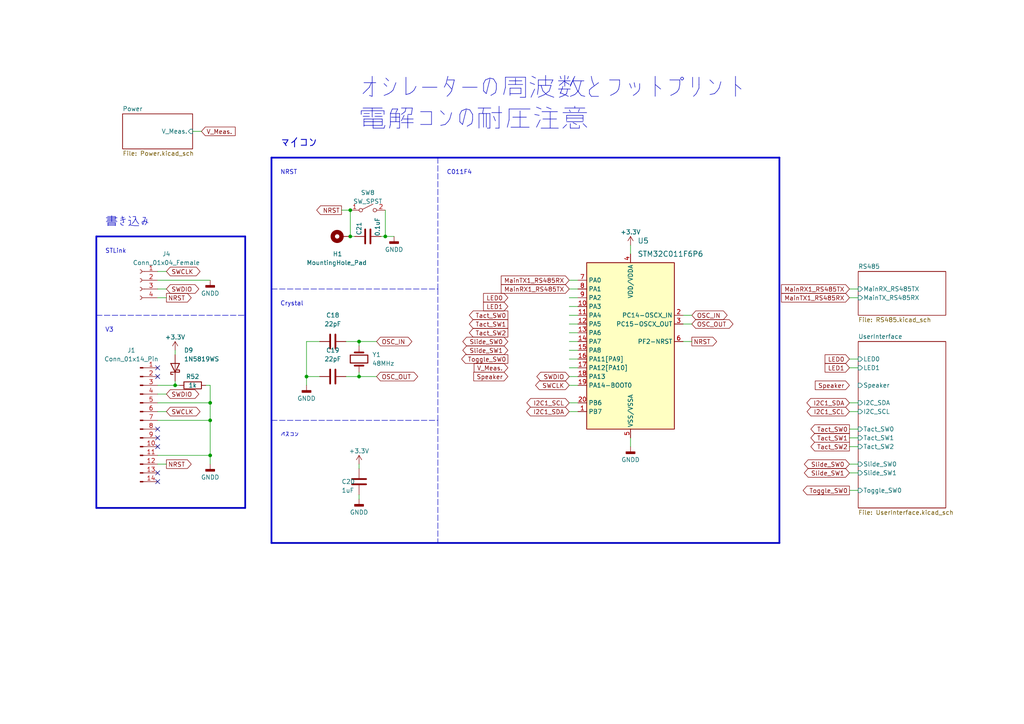
<source format=kicad_sch>
(kicad_sch (version 20230121) (generator eeschema)
  (paper "A4")
  (lib_symbols
    (symbol "Connector:Conn_01x04_Female" (pin_names (offset 1.016) hide)
      (property "Reference" "J" (at 0 5.08 0))
      (property "Value" "Conn_01x04_Female" (at 0 -7.62 0))
      (symbol "Conn_01x04_Female_1_1"
        (arc (start 0 -4.572) (mid -0.5058 -5.08) (end 0 -5.588) (stroke (width 0.1524)))
        (arc (start 0 -2.032) (mid -0.5058 -2.54) (end 0 -3.048) (stroke (width 0.1524)))
        (polyline (pts (xy -1.27 -5.08) (xy -0.508 -5.08)) (stroke (width 0.1524)))
        (polyline (pts (xy -1.27 -2.54) (xy -0.508 -2.54)) (stroke (width 0.1524)))
        (polyline (pts (xy -1.27 0) (xy -0.508 0)) (stroke (width 0.1524)))
        (polyline (pts (xy -1.27 2.54) (xy -0.508 2.54)) (stroke (width 0.1524)))
        (arc (start 0 0.508) (mid -0.5058 0) (end 0 -0.508) (stroke (width 0.1524)))
        (arc (start 0 3.048) (mid -0.5058 2.54) (end 0 2.032) (stroke (width 0.1524)))
        (pin passive line (at -5.08 2.54 0) (length 3.81) (name "Pin_1") (number "1"))
        (pin passive line (at -5.08 0 0) (length 3.81) (name "Pin_2") (number "2"))
        (pin passive line (at -5.08 -2.54 0) (length 3.81) (name "Pin_3") (number "3"))
        (pin passive line (at -5.08 -5.08 0) (length 3.81) (name "Pin_4") (number "4"))
      )
    )
    (symbol "Connector:Conn_01x14_Pin" (pin_names (offset 1.016) hide)
      (property "Reference" "J" (at 0 17.78 0))
      (property "Value" "Conn_01x14_Pin" (at 0 -20.32 0))
      (symbol "Conn_01x14_Pin_1_1"
        (polyline (pts (xy 1.27 -17.78) (xy 0.8636 -17.78)) (stroke (width 0.1524)))
        (polyline (pts (xy 1.27 -15.24) (xy 0.8636 -15.24)) (stroke (width 0.1524)))
        (polyline (pts (xy 1.27 -12.7) (xy 0.8636 -12.7)) (stroke (width 0.1524)))
        (polyline (pts (xy 1.27 -10.16) (xy 0.8636 -10.16)) (stroke (width 0.1524)))
        (polyline (pts (xy 1.27 -7.62) (xy 0.8636 -7.62)) (stroke (width 0.1524)))
        (polyline (pts (xy 1.27 -5.08) (xy 0.8636 -5.08)) (stroke (width 0.1524)))
        (polyline (pts (xy 1.27 -2.54) (xy 0.8636 -2.54)) (stroke (width 0.1524)))
        (polyline (pts (xy 1.27 0) (xy 0.8636 0)) (stroke (width 0.1524)))
        (polyline (pts (xy 1.27 2.54) (xy 0.8636 2.54)) (stroke (width 0.1524)))
        (polyline (pts (xy 1.27 5.08) (xy 0.8636 5.08)) (stroke (width 0.1524)))
        (polyline (pts (xy 1.27 7.62) (xy 0.8636 7.62)) (stroke (width 0.1524)))
        (polyline (pts (xy 1.27 10.16) (xy 0.8636 10.16)) (stroke (width 0.1524)))
        (polyline (pts (xy 1.27 12.7) (xy 0.8636 12.7)) (stroke (width 0.1524)))
        (polyline (pts (xy 1.27 15.24) (xy 0.8636 15.24)) (stroke (width 0.1524)))
        (rectangle (start 0.8636 -17.653) (end 0 -17.907) (stroke (width 0.1524)) (fill (type outline)))
        (rectangle (start 0.8636 -15.113) (end 0 -15.367) (stroke (width 0.1524)) (fill (type outline)))
        (rectangle (start 0.8636 -12.573) (end 0 -12.827) (stroke (width 0.1524)) (fill (type outline)))
        (rectangle (start 0.8636 -10.033) (end 0 -10.287) (stroke (width 0.1524)) (fill (type outline)))
        (rectangle (start 0.8636 -7.493) (end 0 -7.747) (stroke (width 0.1524)) (fill (type outline)))
        (rectangle (start 0.8636 -4.953) (end 0 -5.207) (stroke (width 0.1524)) (fill (type outline)))
        (rectangle (start 0.8636 -2.413) (end 0 -2.667) (stroke (width 0.1524)) (fill (type outline)))
        (rectangle (start 0.8636 0.127) (end 0 -0.127) (stroke (width 0.1524)) (fill (type outline)))
        (rectangle (start 0.8636 2.667) (end 0 2.413) (stroke (width 0.1524)) (fill (type outline)))
        (rectangle (start 0.8636 5.207) (end 0 4.953) (stroke (width 0.1524)) (fill (type outline)))
        (rectangle (start 0.8636 7.747) (end 0 7.493) (stroke (width 0.1524)) (fill (type outline)))
        (rectangle (start 0.8636 10.287) (end 0 10.033) (stroke (width 0.1524)) (fill (type outline)))
        (rectangle (start 0.8636 12.827) (end 0 12.573) (stroke (width 0.1524)) (fill (type outline)))
        (rectangle (start 0.8636 15.367) (end 0 15.113) (stroke (width 0.1524)) (fill (type outline)))
        (pin passive line (at 5.08 15.24 180) (length 3.81) (name "Pin_1") (number "1"))
        (pin passive line (at 5.08 -7.62 180) (length 3.81) (name "Pin_10") (number "10"))
        (pin passive line (at 5.08 -10.16 180) (length 3.81) (name "Pin_11") (number "11"))
        (pin passive line (at 5.08 -12.7 180) (length 3.81) (name "Pin_12") (number "12"))
        (pin passive line (at 5.08 -15.24 180) (length 3.81) (name "Pin_13") (number "13"))
        (pin passive line (at 5.08 -17.78 180) (length 3.81) (name "Pin_14") (number "14"))
        (pin passive line (at 5.08 12.7 180) (length 3.81) (name "Pin_2") (number "2"))
        (pin passive line (at 5.08 10.16 180) (length 3.81) (name "Pin_3") (number "3"))
        (pin passive line (at 5.08 7.62 180) (length 3.81) (name "Pin_4") (number "4"))
        (pin passive line (at 5.08 5.08 180) (length 3.81) (name "Pin_5") (number "5"))
        (pin passive line (at 5.08 2.54 180) (length 3.81) (name "Pin_6") (number "6"))
        (pin passive line (at 5.08 0 180) (length 3.81) (name "Pin_7") (number "7"))
        (pin passive line (at 5.08 -2.54 180) (length 3.81) (name "Pin_8") (number "8"))
        (pin passive line (at 5.08 -5.08 180) (length 3.81) (name "Pin_9") (number "9"))
      )
    )
    (symbol "D_Schottky_3" (pin_numbers hide) (pin_names (offset 1.016) hide)
      (property "Reference" "D" (at 0 2.54 0))
      (property "Value" "D_Schottky_3" (at 0 -2.54 0))
      (symbol "D_Schottky_3_0_1"
        (polyline (pts (xy 1.27 0) (xy -1.27 0)))
        (polyline (pts (xy 1.27 1.27) (xy 1.27 -1.27) (xy -1.27 0) (xy 1.27 1.27)) (stroke (width 0.254)))
        (polyline (pts (xy -1.905 0.635) (xy -1.905 1.27) (xy -1.27 1.27) (xy -1.27 -1.27) (xy -0.635 -1.27) (xy -0.635 -0.635)) (stroke (width 0.254)))
      )
      (symbol "D_Schottky_3_1_1"
        (pin passive line (at -3.81 0 0) (length 2.54) (name "K") (number "1"))
        (pin passive line (at 3.81 0 180) (length 2.54) (name "A") (number "2"))
      )
    )
    (symbol "Device:C" (pin_numbers hide) (pin_names (offset 0.254))
      (property "Reference" "C" (at 0.635 2.54 0))
      (property "Value" "C" (at 0.635 -2.54 0))
      (symbol "C_0_1"
        (polyline (pts (xy -2.032 -0.762) (xy 2.032 -0.762)) (stroke (width 0.508)))
        (polyline (pts (xy -2.032 0.762) (xy 2.032 0.762)) (stroke (width 0.508)))
      )
      (symbol "C_1_1"
        (pin passive line (at 0 3.81 270) (length 2.794) (name "~") (number "1"))
        (pin passive line (at 0 -3.81 90) (length 2.794) (name "~") (number "2"))
      )
    )
    (symbol "Device:Crystal" (pin_numbers hide) (pin_names (offset 1.016) hide)
      (property "Reference" "Y" (at 0 3.81 0))
      (property "Value" "Crystal" (at 0 -3.81 0))
      (symbol "Crystal_0_1"
        (rectangle (start -1.143 2.54) (end 1.143 -2.54) (stroke (width 0.3048)))
        (polyline (pts (xy -2.54 0) (xy -1.905 0)))
        (polyline (pts (xy -1.905 -1.27) (xy -1.905 1.27)) (stroke (width 0.508)))
        (polyline (pts (xy 1.905 -1.27) (xy 1.905 1.27)) (stroke (width 0.508)))
        (polyline (pts (xy 2.54 0) (xy 1.905 0)))
      )
      (symbol "Crystal_1_1"
        (pin passive line (at -3.81 0 0) (length 1.27) (name "1") (number "1"))
        (pin passive line (at 3.81 0 180) (length 1.27) (name "2") (number "2"))
      )
    )
    (symbol "Device:R" (pin_numbers hide) (pin_names (offset 0))
      (property "Reference" "R" (at 2.032 0 90))
      (property "Value" "R" (at 0 0 90))
      (symbol "R_0_1"
        (rectangle (start -1.016 -2.54) (end 1.016 2.54) (stroke (width 0.254)))
      )
      (symbol "R_1_1"
        (pin passive line (at 0 3.81 270) (length 1.27) (name "~") (number "1"))
        (pin passive line (at 0 -3.81 90) (length 1.27) (name "~") (number "2"))
      )
    )
    (symbol "Mechanical:MountingHole_Pad" (pin_numbers hide) (pin_names (offset 1.016) hide)
      (property "Reference" "H" (at 0 6.35 0))
      (property "Value" "MountingHole_Pad" (at 0 4.445 0))
      (symbol "MountingHole_Pad_0_1"
        (circle (center 0 1.27) (radius 1.27) (stroke (width 1.27)))
      )
      (symbol "MountingHole_Pad_1_1"
        (pin input line (at 0 -2.54 90) (length 2.54) (name "1") (number "1"))
      )
    )
    (symbol "STM32C011F4P6:STM32C011F4P6"
      (property "Reference" "U" (at 12.7 27.94 0))
      (property "Value" "STM32C011F4P6" (at 12.7 25.4 0))
      (symbol "STM32C011F4P6_0_1"
        (rectangle (start -12.7 22.86) (end 12.7 -25.4) (stroke (width 0.254)) (fill (type background)))
        (pin bidirectional line (at -15.24 -20.32 0) (length 2.54) (name "PB7") (number "1"))
        (pin bidirectional line (at -15.24 10.16 0) (length 2.54) (name "PA3") (number "10"))
        (pin bidirectional line (at -15.24 7.62 0) (length 2.54) (name "PA4") (number "11"))
        (pin bidirectional line (at -15.24 5.08 0) (length 2.54) (name "PA5") (number "12"))
        (pin bidirectional line (at -15.24 2.54 0) (length 2.54) (name "PA6") (number "13"))
        (pin bidirectional line (at -15.24 0 0) (length 2.54) (name "PA7") (number "14"))
        (pin bidirectional line (at -15.24 -2.54 0) (length 2.54) (name "PA8") (number "15"))
        (pin bidirectional line (at -15.24 -5.08 0) (length 2.54) (name "PA11[PA9]") (number "16"))
        (pin bidirectional line (at -15.24 -7.62 0) (length 2.54) (name "PA12[PA10]") (number "17"))
        (pin bidirectional line (at -15.24 -10.16 0) (length 2.54) (name "PA13") (number "18"))
        (pin bidirectional line (at -15.24 -12.7 0) (length 2.54) (name "PA14-BOOT0") (number "19"))
        (pin bidirectional line (at 15.24 7.62 180) (length 2.54) (name "PC14-OSCX_IN") (number "2"))
        (pin bidirectional line (at -15.24 -17.78 0) (length 2.54) (name "PB6") (number "20"))
        (pin bidirectional line (at 15.24 5.08 180) (length 2.54) (name "PC15-OSCX_OUT") (number "3"))
        (pin power_in line (at 0 25.4 270) (length 2.54) (name "VDD/VDDA") (number "4"))
        (pin power_in line (at 0 -27.94 90) (length 2.54) (name "VSS/VSSA") (number "5"))
        (pin bidirectional line (at 15.24 0 180) (length 2.54) (name "PF2-NRST") (number "6"))
        (pin bidirectional line (at -15.24 17.78 0) (length 2.54) (name "PA0") (number "7"))
        (pin bidirectional line (at -15.24 15.24 0) (length 2.54) (name "PA1") (number "8"))
        (pin bidirectional line (at -15.24 12.7 0) (length 2.54) (name "PA2") (number "9"))
      )
    )
    (symbol "Switch:SW_SPST" (pin_names (offset 0) hide)
      (property "Reference" "SW" (at 0 3.175 0))
      (property "Value" "SW_SPST" (at 0 -2.54 0))
      (symbol "SW_SPST_0_0"
        (circle (center -2.032 0) (radius 0.508))
        (polyline (pts (xy -1.524 0.254) (xy 1.524 1.778)))
        (circle (center 2.032 0) (radius 0.508))
      )
      (symbol "SW_SPST_1_1"
        (pin passive line (at -5.08 0 0) (length 2.54) (name "A") (number "1"))
        (pin passive line (at 5.08 0 180) (length 2.54) (name "B") (number "2"))
      )
    )
    (symbol "power:+3.3V" (power) (pin_names (offset 0))
      (property "Value" "+3.3V" (at 0 3.556 0))
      (symbol "+3.3V_0_1"
        (polyline (pts (xy -0.762 1.27) (xy 0 2.54)))
        (polyline (pts (xy 0 0) (xy 0 2.54)))
        (polyline (pts (xy 0 2.54) (xy 0.762 1.27)))
      )
      (symbol "+3.3V_1_1"
        (pin power_in line (at 0 0 90) (length 0) hide (name "+3.3V") (number "1"))
      )
    )
    (symbol "power:GNDD" (power) (pin_names (offset 0))
      (property "Value" "GNDD" (at 0 -3.175 0))
      (symbol "GNDD_0_1"
        (rectangle (start -1.27 -1.524) (end 1.27 -2.032) (stroke (width 0.254)) (fill (type outline)))
        (polyline (pts (xy 0 0) (xy 0 -1.524)))
      )
      (symbol "GNDD_1_1"
        (pin power_in line (at 0 0 270) (length 0) hide (name "GNDD") (number "1"))
      )
    )
  )
  (junction (at 104.14 109.22))
  (junction (at 60.96 121.92))
  (junction (at 111.76 68.58))
  (junction (at 60.96 132.08))
  (junction (at 101.6 68.58))
  (junction (at 60.96 116.84))
  (junction (at 101.6 60.96))
  (junction (at 88.9 109.22))
  (junction (at 50.8 111.76))
  (junction (at 104.14 99.06))
  (no_connect (at 45.72 137.16))
  (no_connect (at 45.72 109.22))
  (no_connect (at 45.72 124.46))
  (no_connect (at 45.72 127))
  (no_connect (at 45.72 106.68))
  (no_connect (at 45.72 129.54))
  (no_connect (at 45.72 139.7))
  (wire (pts (xy 50.8 101.6) (xy 50.8 102.87)))
  (wire (pts (xy 45.72 78.74) (xy 48.26 78.74)))
  (wire (pts (xy 60.96 134.62) (xy 60.96 132.08)))
  (wire (pts (xy 182.88 71.12) (xy 182.88 73.66)))
  (wire (pts (xy 246.38 137.16) (xy 248.92 137.16)))
  (wire (pts (xy 182.88 127) (xy 182.88 129.54)))
  (polyline (pts (xy 71.12 68.58) (xy 71.12 147.32)) (stroke (width 0.5) (type solid)))
  (wire (pts (xy 165.1 119.38) (xy 167.64 119.38)))
  (wire (pts (xy 45.72 81.28) (xy 60.96 81.28)))
  (wire (pts (xy 45.72 83.82) (xy 48.26 83.82)))
  (wire (pts (xy 104.14 99.06) (xy 104.14 100.33)))
  (wire (pts (xy 60.96 121.92) (xy 60.96 116.84)))
  (wire (pts (xy 99.06 60.96) (xy 101.6 60.96)))
  (wire (pts (xy 104.14 107.95) (xy 104.14 109.22)))
  (wire (pts (xy 165.1 93.98) (xy 167.64 93.98)))
  (wire (pts (xy 104.14 109.22) (xy 109.22 109.22)))
  (wire (pts (xy 198.12 93.98) (xy 200.66 93.98)))
  (wire (pts (xy 165.1 104.14) (xy 167.64 104.14)))
  (wire (pts (xy 246.38 116.84) (xy 248.92 116.84)))
  (wire (pts (xy 246.38 119.38) (xy 248.92 119.38)))
  (wire (pts (xy 50.8 110.49) (xy 50.8 111.76)))
  (wire (pts (xy 60.96 111.76) (xy 60.96 116.84)))
  (wire (pts (xy 165.1 91.44) (xy 167.64 91.44)))
  (polyline (pts (xy 226.06 157.48) (xy 226.06 45.72)) (stroke (width 0.5) (type solid)))
  (wire (pts (xy 45.72 116.84) (xy 60.96 116.84)))
  (wire (pts (xy 246.38 142.24) (xy 248.92 142.24)))
  (polyline (pts (xy 78.74 157.48) (xy 226.06 157.48)) (stroke (width 0.5) (type solid)))
  (polyline (pts (xy 78.74 121.92) (xy 127 121.92)) (stroke (width 0) (type dash)))
  (wire (pts (xy 165.1 106.68) (xy 167.64 106.68)))
  (wire (pts (xy 59.69 111.76) (xy 60.96 111.76)))
  (polyline (pts (xy 27.94 91.44) (xy 71.12 91.44)) (stroke (width 0) (type dash)))
  (wire (pts (xy 88.9 109.22) (xy 88.9 111.76)))
  (wire (pts (xy 45.72 114.3) (xy 48.26 114.3)))
  (wire (pts (xy 111.76 60.96) (xy 111.76 68.58)))
  (wire (pts (xy 45.72 134.62) (xy 48.26 134.62)))
  (wire (pts (xy 165.1 109.22) (xy 167.64 109.22)))
  (wire (pts (xy 101.6 60.96) (xy 101.6 68.58)))
  (wire (pts (xy 246.38 134.62) (xy 248.92 134.62)))
  (wire (pts (xy 246.38 106.68) (xy 248.92 106.68)))
  (polyline (pts (xy 27.94 68.58) (xy 71.12 68.58)) (stroke (width 0.5) (type solid)))
  (wire (pts (xy 246.38 86.36) (xy 248.92 86.36)))
  (wire (pts (xy 88.9 109.22) (xy 92.71 109.22)))
  (wire (pts (xy 45.72 121.92) (xy 60.96 121.92)))
  (wire (pts (xy 92.71 99.06) (xy 88.9 99.06)))
  (polyline (pts (xy 127 83.82) (xy 127 121.92)) (stroke (width 0) (type dash)))
  (wire (pts (xy 198.12 91.44) (xy 200.66 91.44)))
  (polyline (pts (xy 78.74 45.72) (xy 78.74 157.48)) (stroke (width 0.5) (type solid)))
  (wire (pts (xy 55.88 38.1) (xy 58.42 38.1)))
  (wire (pts (xy 165.1 96.52) (xy 167.64 96.52)))
  (polyline (pts (xy 127 121.92) (xy 127 157.48)) (stroke (width 0) (type dash)))
  (wire (pts (xy 165.1 99.06) (xy 167.64 99.06)))
  (wire (pts (xy 165.1 86.36) (xy 167.64 86.36)))
  (wire (pts (xy 104.14 99.06) (xy 109.22 99.06)))
  (wire (pts (xy 50.8 111.76) (xy 45.72 111.76)))
  (wire (pts (xy 165.1 81.28) (xy 167.64 81.28)))
  (wire (pts (xy 165.1 83.82) (xy 167.64 83.82)))
  (wire (pts (xy 45.72 132.08) (xy 60.96 132.08)))
  (polyline (pts (xy 27.94 68.58) (xy 27.94 147.32)) (stroke (width 0.5) (type solid)))
  (wire (pts (xy 50.8 111.76) (xy 52.07 111.76)))
  (wire (pts (xy 246.38 129.54) (xy 248.92 129.54)))
  (wire (pts (xy 101.6 68.58) (xy 102.87 68.58)))
  (wire (pts (xy 88.9 99.06) (xy 88.9 109.22)))
  (wire (pts (xy 111.76 68.58) (xy 110.49 68.58)))
  (polyline (pts (xy 27.94 147.32) (xy 71.12 147.32)) (stroke (width 0.5) (type solid)))
  (wire (pts (xy 198.12 99.06) (xy 200.66 99.06)))
  (wire (pts (xy 100.33 109.22) (xy 104.14 109.22)))
  (wire (pts (xy 246.38 124.46) (xy 248.92 124.46)))
  (wire (pts (xy 104.14 134.62) (xy 104.14 135.89)))
  (wire (pts (xy 246.38 127) (xy 248.92 127)))
  (polyline (pts (xy 78.74 83.82) (xy 127 83.82)) (stroke (width 0) (type dash)))
  (wire (pts (xy 111.76 68.58) (xy 114.3 68.58)))
  (wire (pts (xy 246.38 83.82) (xy 248.92 83.82)))
  (wire (pts (xy 100.33 99.06) (xy 104.14 99.06)))
  (polyline (pts (xy 78.74 45.72) (xy 226.06 45.72)) (stroke (width 0.5) (type solid)))
  (wire (pts (xy 246.38 104.14) (xy 248.92 104.14)))
  (polyline (pts (xy 127 45.72) (xy 127 83.82)) (stroke (width 0) (type dash)))
  (wire (pts (xy 165.1 101.6) (xy 167.64 101.6)))
  (wire (pts (xy 45.72 86.36) (xy 48.26 86.36)))
  (wire (pts (xy 45.72 119.38) (xy 48.26 119.38)))
  (wire (pts (xy 165.1 88.9) (xy 167.64 88.9)))
  (wire (pts (xy 60.96 132.08) (xy 60.96 121.92)))
  (wire (pts (xy 104.14 143.51) (xy 104.14 144.78)))
  (wire (pts (xy 165.1 111.76) (xy 167.64 111.76)))
  (wire (pts (xy 165.1 116.84) (xy 167.64 116.84)))
  (text "STLink" (at 30.48 73.66 0) (effects (font (size 1.27 1.27)) (justify left bottom)))
  (text "オシレーターの周波数とフットプリント\n電解コンの耐圧注意" (at 104.14 38.1 0) (effects (font (size 5.56 5.56)) (justify left bottom)))
  (text "V3" (at 30.48 96.52 0) (effects (font (size 1.27 1.27)) (justify left bottom)))
  (text "書き込み" (at 30.48 66.04 0) (effects (font (size 2.54 2.54)) (justify left bottom)))
  (text "NRST" (at 81.28 50.8 0) (effects (font (size 1.27 1.27)) (justify left bottom)))
  (text "Crystal" (at 81.28 88.9 0) (effects (font (size 1.27 1.27)) (justify left bottom)))
  (text "C011F4" (at 129.54 50.8 0) (effects (font (size 1.27 1.27)) (justify left bottom)))
  (text "マイコン" (at 81.28 43.18 0) (effects (font (size 2.54 2.54) (thickness 0.254) bold) (justify left bottom)))
  (text "パスコン" (at 81.28 127 0) (effects (font (size 1.27 1.27)) (justify left bottom)))
  (global_label "Slide_SW1" (shape bidirectional) (at 147.32 101.6 180) (property "Intersheetrefs" "${INTERSHEET_REFS}" (effects hide)))
  (global_label "MainTX1_RS485RX" (shape input) (at 165.1 81.28 180) (property "Intersheetrefs" "${INTERSHEET_REFS}" (effects hide)))
  (global_label "SWCLK" (shape bidirectional) (at 48.26 78.74 0) (property "Intersheetrefs" "${INTERSHEET_REFS}" (effects hide)))
  (global_label "V_Meas." (shape input) (at 58.42 38.1 0) (property "Intersheetrefs" "${INTERSHEET_REFS}" (effects hide)))
  (global_label "Tact_SW0" (shape output) (at 147.32 91.44 180) (property "Intersheetrefs" "${INTERSHEET_REFS}" (effects hide)))
  (global_label "NRST" (shape output) (at 48.26 134.62 0) (property "Intersheetrefs" "${INTERSHEET_REFS}" (effects hide)))
  (global_label "NRST" (shape output) (at 48.26 86.36 0) (property "Intersheetrefs" "${INTERSHEET_REFS}" (effects hide)))
  (global_label "SWCLK" (shape bidirectional) (at 165.1 111.76 180) (property "Intersheetrefs" "${INTERSHEET_REFS}" (effects hide)))
  (global_label "I2C1_SCL" (shape bidirectional) (at 165.1 116.84 180) (property "Intersheetrefs" "${INTERSHEET_REFS}" (effects hide)))
  (global_label "MainRX1_RS485TX" (shape input) (at 165.1 83.82 180) (property "Intersheetrefs" "${INTERSHEET_REFS}" (effects hide)))
  (global_label "NRST" (shape output) (at 99.06 60.96 180) (property "Intersheetrefs" "${INTERSHEET_REFS}" (effects hide)))
  (global_label "Slide_SW1" (shape bidirectional) (at 246.38 137.16 180) (property "Intersheetrefs" "${INTERSHEET_REFS}" (effects hide)))
  (global_label "SWCLK" (shape bidirectional) (at 48.26 119.38 0) (property "Intersheetrefs" "${INTERSHEET_REFS}" (effects hide)))
  (global_label "Tact_SW1" (shape output) (at 246.38 127 180) (property "Intersheetrefs" "${INTERSHEET_REFS}" (effects hide)))
  (global_label "Slide_SW0" (shape bidirectional) (at 246.38 134.62 180) (property "Intersheetrefs" "${INTERSHEET_REFS}" (effects hide)))
  (global_label "LED0" (shape input) (at 147.32 86.36 180) (property "Intersheetrefs" "${INTERSHEET_REFS}" (effects hide)))
  (global_label "Tact_SW0" (shape output) (at 246.38 124.46 180) (property "Intersheetrefs" "${INTERSHEET_REFS}" (effects hide)))
  (global_label "SWDIO" (shape bidirectional) (at 48.26 83.82 0) (property "Intersheetrefs" "${INTERSHEET_REFS}" (effects hide)))
  (global_label "Tact_SW1" (shape output) (at 147.32 93.98 180) (property "Intersheetrefs" "${INTERSHEET_REFS}" (effects hide)))
  (global_label "OSC_IN" (shape bidirectional) (at 200.66 91.44 0) (property "Intersheetrefs" "${INTERSHEET_REFS}" (effects hide)))
  (global_label "NRST" (shape output) (at 200.66 99.06 0) (property "Intersheetrefs" "${INTERSHEET_REFS}" (effects hide)))
  (global_label "Speaker" (shape input) (at 147.32 109.22 180) (property "Intersheetrefs" "${INTERSHEET_REFS}" (effects hide)))
  (global_label "Slide_SW0" (shape bidirectional) (at 147.32 99.06 180) (property "Intersheetrefs" "${INTERSHEET_REFS}" (effects hide)))
  (global_label "LED1" (shape input) (at 246.38 106.68 180) (property "Intersheetrefs" "${INTERSHEET_REFS}" (effects hide)))
  (global_label "Tact_SW2" (shape output) (at 246.38 129.54 180) (property "Intersheetrefs" "${INTERSHEET_REFS}" (effects hide)))
  (global_label "MainRX1_RS485TX" (shape input) (at 246.38 83.82 180) (property "Intersheetrefs" "${INTERSHEET_REFS}" (effects hide)))
  (global_label "LED0" (shape input) (at 246.38 104.14 180) (property "Intersheetrefs" "${INTERSHEET_REFS}" (effects hide)))
  (global_label "LED1" (shape input) (at 147.32 88.9 180) (property "Intersheetrefs" "${INTERSHEET_REFS}" (effects hide)))
  (global_label "I2C1_SDA" (shape bidirectional) (at 246.38 116.84 180) (property "Intersheetrefs" "${INTERSHEET_REFS}" (effects hide)))
  (global_label "I2C1_SDA" (shape bidirectional) (at 165.1 119.38 180) (property "Intersheetrefs" "${INTERSHEET_REFS}" (effects hide)))
  (global_label "Toggle_SW0" (shape output) (at 246.38 142.24 180) (property "Intersheetrefs" "${INTERSHEET_REFS}" (effects hide)))
  (global_label "OSC_OUT" (shape bidirectional) (at 109.22 109.22 0) (property "Intersheetrefs" "${INTERSHEET_REFS}" (effects hide)))
  (global_label "Tact_SW2" (shape output) (at 147.32 96.52 180) (property "Intersheetrefs" "${INTERSHEET_REFS}" (effects hide)))
  (global_label "OSC_IN" (shape bidirectional) (at 109.22 99.06 0) (property "Intersheetrefs" "${INTERSHEET_REFS}" (effects hide)))
  (global_label "V_Meas." (shape input) (at 147.32 106.68 180) (property "Intersheetrefs" "${INTERSHEET_REFS}" (effects hide)))
  (global_label "SWDIO" (shape bidirectional) (at 48.26 114.3 0) (property "Intersheetrefs" "${INTERSHEET_REFS}" (effects hide)))
  (global_label "Toggle_SW0" (shape output) (at 147.32 104.14 180) (property "Intersheetrefs" "${INTERSHEET_REFS}" (effects hide)))
  (global_label "Speaker" (shape input) (at 246.38 111.76 180) (property "Intersheetrefs" "${INTERSHEET_REFS}" (effects hide)))
  (global_label "OSC_OUT" (shape bidirectional) (at 200.66 93.98 0) (property "Intersheetrefs" "${INTERSHEET_REFS}" (effects hide)))
  (global_label "MainTX1_RS485RX" (shape input) (at 246.38 86.36 180) (property "Intersheetrefs" "${INTERSHEET_REFS}" (effects hide)))
  (global_label "I2C1_SCL" (shape bidirectional) (at 246.38 119.38 180) (property "Intersheetrefs" "${INTERSHEET_REFS}" (effects hide)))
  (global_label "SWDIO" (shape bidirectional) (at 165.1 109.22 180) (property "Intersheetrefs" "${INTERSHEET_REFS}" (effects hide)))
  (symbol (lib_id "Device:C") (at 96.52 109.22 90) (unit 1)
    (property "Reference" "C19" (at 96.52 101.6 90))
    (property "Value" "22pF" (at 96.52 104.14 90))
    (property "Footprint" "Capacitor_SMD:C_0603_1608Metric" (effects hide))
  )
  (symbol (lib_id "Device:R") (at 55.88 111.76 90) (mirror x) (unit 1)
    (property "Reference" "R52" (at 55.88 109.22 90))
    (property "Value" "1k" (at 55.88 111.76 90))
    (property "Footprint" "Resistor_SMD:R_0402_1005Metric" (effects hide))
  )
  (symbol (lib_id "Device:C") (at 96.52 99.06 90) (unit 1)
    (property "Reference" "C18" (at 96.52 91.44 90))
    (property "Value" "22pF" (at 96.52 93.98 90))
    (property "Footprint" "Capacitor_SMD:C_0603_1608Metric" (effects hide))
  )
  (symbol (lib_id "Connector:Conn_01x04_Female") (at 40.64 81.28 0) (mirror y) (unit 1)
    (property "Reference" "J4" (at 48.26 73.66 0))
    (property "Value" "Conn_01x04_Female" (at 48.26 76.2 0))
    (property "Footprint" "Connector_PinHeader_2.54mm:PinHeader_1x04_P2.54mm_Vertical" (effects hide))
  )
  (symbol (lib_id "Device:Crystal") (at 104.14 104.14 90) (unit 1)
    (property "Reference" "Y1" (at 107.95 102.8699 90) (effects (justify right)))
    (property "Value" "48MHz" (at 107.95 105.4099 90) (effects (justify right)))
    (property "Footprint" "Crystal:Crystal_SMD_HC49-SD" (effects hide))
  )
  (symbol (lib_id "power:+3.3V") (at 104.14 134.62 0) (unit 1)
    (property "Reference" "#PWR060" (effects hide))
    (property "Value" "+3.3V" (at 104.14 130.81 0))
  )
  (symbol (lib_id "power:GNDD") (at 114.3 68.58 0) (unit 1)
    (property "Reference" "#PWR062" (effects hide))
    (property "Value" "GNDD" (at 114.3 72.39 0))
  )
  (symbol (lib_name "D_Schottky_3") (lib_id "Device:D_Schottky") (at 50.8 106.68 90) (unit 1)
    (property "Reference" "D9" (at 53.34 101.6 90) (effects (justify right)))
    (property "Value" "1N5819WS" (at 53.34 104.14 90) (effects (justify right)))
    (property "Footprint" "Diode_SMD:D_SOD-323_HandSoldering" (effects hide))
  )
  (symbol (lib_id "power:+3.3V") (at 182.88 71.12 0) (unit 1)
    (property "Reference" "#PWR063" (effects hide))
    (property "Value" "+3.3V" (at 182.88 67.31 0))
  )
  (symbol (lib_id "Device:C") (at 106.68 68.58 90) (unit 1)
    (property "Reference" "C21" (at 104.14 66.294 0))
    (property "Value" "0.1uF" (at 109.474 65.786 0))
    (property "Footprint" "Capacitor_SMD:C_0402_1005Metric" (effects hide))
  )
  (symbol (lib_id "power:GNDD") (at 60.96 81.28 0) (unit 1)
    (property "Reference" "#PWR065" (effects hide))
    (property "Value" "GNDD" (at 60.96 85.09 0))
  )
  (symbol (lib_id "power:GNDD") (at 88.9 111.76 0) (unit 1)
    (property "Reference" "#PWR059" (effects hide))
    (property "Value" "GNDD" (at 88.9 115.57 0))
  )
  (symbol (lib_id "Switch:SW_SPST") (at 106.68 60.96 0) (unit 1)
    (property "Reference" "SW8" (at 106.68 55.88 0))
    (property "Value" "SW_SPST" (at 106.68 58.42 0))
    (property "Footprint" "Button_Switch_SMD:SW_SPST_Omron_B3FS-100xP" (effects hide))
  )
  (symbol (lib_id "power:+3.3V") (at 50.8 101.6 0) (unit 1)
    (property "Reference" "#PWR044" (effects hide))
    (property "Value" "+3.3V" (at 50.8 97.79 0))
  )
  (symbol (lib_id "power:GNDD") (at 182.88 129.54 0) (unit 1)
    (property "Reference" "#PWR064" (effects hide))
    (property "Value" "GNDD" (at 182.88 133.35 0))
  )
  (symbol (lib_id "STM32C011F4P6:STM32C011F4P6") (at 182.88 99.06 0) (unit 1)
    (property "Reference" "U5" (at 184.8994 69.85 0) (effects (font (size 1.524 1.524)) (justify left)))
    (property "Value" "STM32C011F6P6" (at 184.8994 73.66 0) (effects (font (size 1.524 1.524)) (justify left)))
    (property "Footprint" "Package_SO:TSSOP-20_4.4x6.5mm_P0.65mm" (effects hide))
    (property "Datasheet" "STM32C011F4P6" (effects hide))
  )
  (symbol (lib_id "power:GNDD") (at 104.14 144.78 0) (unit 1)
    (property "Reference" "#PWR061" (effects hide))
    (property "Value" "GNDD" (at 104.14 148.59 0))
  )
  (symbol (lib_id "Device:C") (at 104.14 139.7 0) (unit 1)
    (property "Reference" "C20" (at 99.06 139.7 0) (effects (justify left)))
    (property "Value" "1uF" (at 99.06 142.24 0) (effects (justify left)))
    (property "Footprint" "Capacitor_SMD:C_0402_1005Metric" (effects hide))
  )
  (symbol (lib_id "Connector:Conn_01x14_Pin") (at 40.64 121.92 0) (unit 1)
    (property "Reference" "J1" (at 38.1 101.6 0))
    (property "Value" "Conn_01x14_Pin" (at 38.1 104.14 0))
    (property "Footprint" "MyLibrary:BoxHeader_2x07_P1.27mm_Horizontal" (effects hide))
  )
  (symbol (lib_id "Mechanical:MountingHole_Pad") (at 99.06 68.58 90) (unit 1)
    (property "Reference" "H1" (at 96.52 73.66 90) (effects (justify right)))
    (property "Value" "MountingHole_Pad" (at 88.9 76.2 90) (effects (justify right)))
    (property "Footprint" "TestPoint:TestPoint_Pad_1.5x1.5mm" (effects hide))
  )
  (symbol (lib_id "power:GNDD") (at 60.96 134.62 0) (unit 1)
    (property "Reference" "#PWR049" (effects hide))
    (property "Value" "GNDD" (at 60.96 138.43 0))
  )
  (sheet (at 248.92 99.06) (size 25.4 48.26) (stroke (width 0.1524))
    (property "Sheetname" "UserInterface" (at 248.92 98.3484 0) (effects (justify left bottom)))
    (property "Sheetfile" "UserInterface.kicad_sch" (at 248.92 147.9046 0) (effects (justify left top)))
    (pin "Slide_SW0" input (at 248.92 134.62 180))
    (pin "Slide_SW1" input (at 248.92 137.16 180))
    (pin "I2C_SDA" input (at 248.92 116.84 180))
    (pin "I2C_SCL" input (at 248.92 119.38 180))
    (pin "Tact_SW0" input (at 248.92 124.46 180))
    (pin "Tact_SW2" input (at 248.92 129.54 180))
    (pin "Tact_SW1" input (at 248.92 127 180))
    (pin "Toggle_SW0" input (at 248.92 142.24 180))
    (pin "LED1" input (at 248.92 106.68 180))
    (pin "LED0" input (at 248.92 104.14 180))
    (pin "Speaker" input (at 248.92 111.76 180))
  )
  (sheet (at 248.92 78.74) (size 25.4 12.7) (stroke (width 0.1524))
    (property "Sheetname" "RS485" (at 248.92 78.0284 0) (effects (justify left bottom)))
    (property "Sheetfile" "RS485.kicad_sch" (at 248.92 92.0246 0) (effects (justify left top)))
    (pin "MainRX_RS485TX" input (at 248.92 83.82 180))
    (pin "MainTX_RS485RX" input (at 248.92 86.36 180))
  )
  (sheet (at 35.56 33.02) (size 20.32 10.16) (stroke (width 0.1524))
    (property "Sheetname" "Power" (at 35.56 32.3084 0) (effects (justify left bottom)))
    (property "Sheetfile" "Power.kicad_sch" (at 35.56 43.7646 0) (effects (justify left top)))
    (pin "V_Meas." input (at 55.88 38.1 0))
  )
)
</source>
